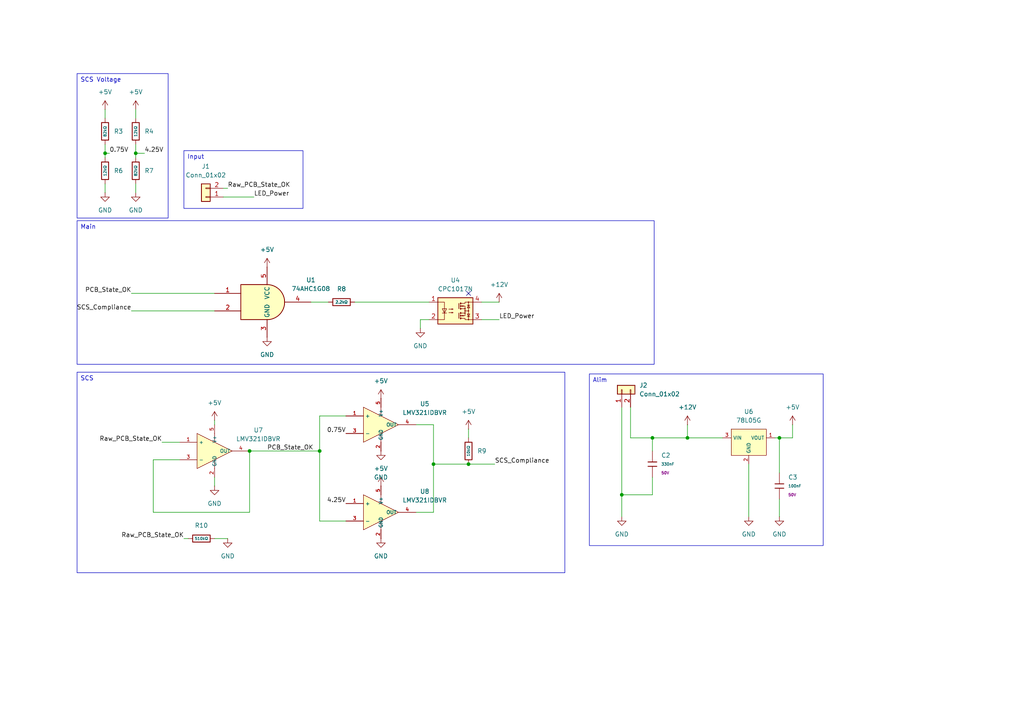
<source format=kicad_sch>
(kicad_sch (version 20250114) (generator "eeschema") (generator_version "9.0")
  (paper "A4")
  (lib_symbols
    (symbol "74xGxx:74AHC1G08"
      (property "Reference" "U" (at -2.54 3.81 0))
      (property "Value" "74AHC1G08" (at 0 -3.81 0))
      (symbol "74AHC1G08_0_1"
        (arc (start 0 5.08) (mid 5.0579 0) (end 0 -5.08) (stroke (width 0.254)) (fill (type background)))
        (polyline (pts (xy 0 -5.08) (xy -7.62 -5.08) (xy -7.62 5.08) (xy 0 5.08)) (stroke (width 0.254)) (fill (type background)))
      )
      (symbol "74AHC1G08_1_1"
        (pin input line (at -15.24 2.54 0) (length 7.62) (name "~") (number "1"))
        (pin input line (at -15.24 -2.54 0) (length 7.62) (name "~") (number "2"))
        (pin power_in line (at 0 10.16 270) (length 5.08) (name "VCC") (number "5"))
        (pin power_in line (at 0 -10.16 90) (length 5.08) (name "GND") (number "3"))
        (pin output line (at 12.7 0 180) (length 7.62) (name "~") (number "4"))
      )
    )
    (symbol "Connector_Generic:Conn_01x02" (pin_names (offset 1.016) (hide yes))
      (property "Reference" "J" (at 0 2.54 0))
      (property "Value" "Conn_01x02" (at 0 -5.08 0))
      (symbol "Conn_01x02_1_1"
        (rectangle (start -1.27 1.27) (end 1.27 -3.81) (stroke (width 0.254)) (fill (type background)))
        (rectangle (start -1.27 0.127) (end 0 -0.127) (stroke (width 0.1524)))
        (rectangle (start -1.27 -2.413) (end 0 -2.667) (stroke (width 0.1524)))
        (pin passive line (at -5.08 0 0) (length 3.81) (name "Pin_1") (number "1"))
        (pin passive line (at -5.08 -2.54 0) (length 3.81) (name "Pin_2") (number "2"))
      )
    )
    (symbol "PCM_JLCPCB-Analog:Op-Amp, LMV321IDBVR"
      (property "Reference" "U" (at 2.032 5.588 0))
      (property "Value" "LMV321IDBVR" (at 7.874 3.302 0))
      (symbol "Op-Amp, LMV321IDBVR_0_1"
        (pin input line (at -10.16 2.54 0) (length 5.08) (name "+") (number "1"))
        (pin input line (at -10.16 -2.54 0) (length 5.08) (name "-") (number "3"))
        (pin output line (at 10.16 0 180) (length 5.08) (name "OUT") (number "4"))
      )
      (symbol "Op-Amp, LMV321IDBVR_1_1"
        (polyline (pts (xy -5.08 5.08) (xy 5.08 0) (xy -5.08 -5.08) (xy -5.08 5.08)) (fill (type background)))
        (polyline (pts (xy 0 2.54) (xy 0 5.08)))
        (polyline (pts (xy 0 -5.08) (xy 0 -2.54)))
        (pin unspecified line (at 0 7.62 270) (length 2.56) (name "V+") (number "5"))
        (pin unspecified line (at 0 -7.62 90) (length 2.56) (name "GND") (number "2"))
      )
    )
    (symbol "PCM_JLCPCB-Capacitors:0805,100nF,(2)" (pin_numbers (hide yes)) (pin_names (offset 0))
      (property "Reference" "C" (at 2.032 1.668 0))
      (property "Value" "100nF" (at 2.032 -0.3782 0))
      (property "Voltage Rated" "50V" (at 2.032 -2.0462 0))
      (symbol "0805,100nF,(2)_0_1"
        (polyline (pts (xy -1.27 0.635) (xy 1.27 0.635)) (stroke (width 0.254)))
        (polyline (pts (xy -1.27 -0.635) (xy 1.27 -0.635)) (stroke (width 0.254)))
      )
      (symbol "0805,100nF,(2)_1_1"
        (pin passive line (at 0 3.81 270) (length 3.175) (name "~") (number "1"))
        (pin passive line (at 0 -3.81 90) (length 3.175) (name "~") (number "2"))
      )
    )
    (symbol "PCM_JLCPCB-Capacitors:0805,330nF" (pin_numbers (hide yes)) (pin_names (offset 0))
      (property "Reference" "C" (at 2.032 1.668 0))
      (property "Value" "330nF" (at 2.032 -0.3782 0))
      (property "Voltage Rated" "50V" (at 2.032 -2.0462 0))
      (symbol "0805,330nF_0_1"
        (polyline (pts (xy -1.27 0.635) (xy 1.27 0.635)) (stroke (width 0.254)))
        (polyline (pts (xy -1.27 -0.635) (xy 1.27 -0.635)) (stroke (width 0.254)))
      )
      (symbol "0805,330nF_1_1"
        (pin passive line (at 0 3.81 270) (length 3.175) (name "~") (number "1"))
        (pin passive line (at 0 -3.81 90) (length 3.175) (name "~") (number "2"))
      )
    )
    (symbol "PCM_JLCPCB-Power:LDO, 5V, 0.1A"
      (property "Reference" "U" (at 0 8.89 0))
      (property "Value" "78L05G" (at 0 6.35 0))
      (symbol "LDO, 5V, 0.1A_0_1"
        (rectangle (start -5.08 5.08) (end 5.08 -2.54) (fill (type background)))
      )
      (symbol "LDO, 5V, 0.1A_1_1"
        (pin power_in line (at -7.62 2.54 0) (length 2.56) (name "VIN") (number "3"))
        (pin power_in line (at 0 -5.08 90) (length 2.56) (name "GND") (number "2"))
        (pin power_in line (at 7.62 2.54 180) (length 2.56) (name "VOUT") (number "1"))
      )
    )
    (symbol "PCM_JLCPCB-Resistors:0805,10kΩ" (pin_numbers (hide yes)) (pin_names (offset 0))
      (property "Reference" "R" (at 1.778 0 0))
      (property "Value" "10kΩ" (at 0 0 90))
      (symbol "0805,10kΩ_0_1"
        (rectangle (start -1.016 2.54) (end 1.016 -2.54) (stroke (width 0.254)))
      )
      (symbol "0805,10kΩ_1_1"
        (pin passive line (at 0 3.81 270) (length 1.27) (name "~") (number "1"))
        (pin passive line (at 0 -3.81 90) (length 1.27) (name "~") (number "2"))
      )
    )
    (symbol "PCM_JLCPCB-Resistors:0805,12kΩ" (pin_numbers (hide yes)) (pin_names (offset 0))
      (property "Reference" "R" (at 1.778 0 0))
      (property "Value" "12kΩ" (at 0 0 90))
      (symbol "0805,12kΩ_0_1"
        (rectangle (start -1.016 2.54) (end 1.016 -2.54) (stroke (width 0.254)))
      )
      (symbol "0805,12kΩ_1_1"
        (pin passive line (at 0 3.81 270) (length 1.27) (name "~") (number "1"))
        (pin passive line (at 0 -3.81 90) (length 1.27) (name "~") (number "2"))
      )
    )
    (symbol "PCM_JLCPCB-Resistors:0805,2.2kΩ" (pin_numbers (hide yes)) (pin_names (offset 0))
      (property "Reference" "R" (at 1.778 0 0))
      (property "Value" "2.2kΩ" (at 0 0 90))
      (symbol "0805,2.2kΩ_0_1"
        (rectangle (start -1.016 2.54) (end 1.016 -2.54) (stroke (width 0.254)))
      )
      (symbol "0805,2.2kΩ_1_1"
        (pin passive line (at 0 3.81 270) (length 1.27) (name "~") (number "1"))
        (pin passive line (at 0 -3.81 90) (length 1.27) (name "~") (number "2"))
      )
    )
    (symbol "PCM_JLCPCB-Resistors:0805,510kΩ" (pin_numbers (hide yes)) (pin_names (offset 0))
      (property "Reference" "R" (at 1.778 0 0))
      (property "Value" "510kΩ" (at 0 0 90))
      (symbol "0805,510kΩ_0_1"
        (rectangle (start -1.016 2.54) (end 1.016 -2.54) (stroke (width 0.254)))
      )
      (symbol "0805,510kΩ_1_1"
        (pin passive line (at 0 3.81 270) (length 1.27) (name "~") (number "1"))
        (pin passive line (at 0 -3.81 90) (length 1.27) (name "~") (number "2"))
      )
    )
    (symbol "PCM_JLCPCB-Resistors:0805,82kΩ" (pin_numbers (hide yes)) (pin_names (offset 0))
      (property "Reference" "R" (at 1.778 0 0))
      (property "Value" "82kΩ" (at 0 0 90))
      (symbol "0805,82kΩ_0_1"
        (rectangle (start -1.016 2.54) (end 1.016 -2.54) (stroke (width 0.254)))
      )
      (symbol "0805,82kΩ_1_1"
        (pin passive line (at 0 3.81 270) (length 1.27) (name "~") (number "1"))
        (pin passive line (at 0 -3.81 90) (length 1.27) (name "~") (number "2"))
      )
    )
    (symbol "Relay_SolidState:CPC1017N"
      (property "Reference" "U" (at -5.08 5.08 0))
      (property "Value" "CPC1017N" (at 0 5.08 0))
      (symbol "CPC1017N_0_1"
        (rectangle (start -5.08 3.81) (end 5.08 -3.81) (stroke (width 0.254)) (fill (type background)))
        (polyline (pts (xy -5.08 2.54) (xy -3.175 2.54) (xy -3.175 -2.54) (xy -5.08 -2.54)))
        (polyline (pts (xy -3.81 -0.635) (xy -2.54 -0.635)))
        (polyline (pts (xy -3.175 -0.635) (xy -3.81 0.635) (xy -2.54 0.635) (xy -3.175 -0.635)))
        (polyline (pts (xy -1.905 0.508) (xy -0.635 0.508) (xy -1.016 0.381) (xy -1.016 0.635) (xy -0.635 0.508)))
        (polyline (pts (xy -1.905 -0.508) (xy -0.635 -0.508) (xy -1.016 -0.635) (xy -1.016 -0.381) (xy -0.635 -0.508)))
        (polyline (pts (xy 1.016 2.159) (xy 1.016 0.635)) (stroke (width 0.2032)))
        (polyline (pts (xy 1.016 -0.635) (xy 1.016 -2.159)) (stroke (width 0.2032)))
        (polyline (pts (xy 1.524 2.286) (xy 1.524 2.032) (xy 1.524 2.032)) (stroke (width 0.3556)))
        (polyline (pts (xy 1.524 1.524) (xy 1.524 1.27) (xy 1.524 1.27)) (stroke (width 0.3556)))
        (polyline (pts (xy 1.524 0.762) (xy 1.524 0.508) (xy 1.524 0.508)) (stroke (width 0.3556)))
        (polyline (pts (xy 1.524 -0.508) (xy 1.524 -0.762)) (stroke (width 0.3556)))
        (polyline (pts (xy 1.524 -1.27) (xy 1.524 -1.524) (xy 1.524 -1.524)) (stroke (width 0.3556)))
        (polyline (pts (xy 1.524 -2.032) (xy 1.524 -2.286) (xy 1.524 -2.286)) (stroke (width 0.3556)))
        (polyline (pts (xy 1.651 2.159) (xy 2.794 2.159) (xy 2.794 2.54) (xy 5.08 2.54)))
        (polyline (pts (xy 1.651 1.397) (xy 2.794 1.397) (xy 2.794 0.635)))
        (polyline (pts (xy 1.651 -0.635) (xy 2.794 -0.635) (xy 2.794 0.635) (xy 1.651 0.635)))
        (polyline (pts (xy 1.651 -1.397) (xy 2.794 -1.397) (xy 2.794 -0.635)))
        (polyline (pts (xy 1.651 -2.159) (xy 2.794 -2.159) (xy 2.794 -2.54) (xy 5.08 -2.54)))
        (polyline (pts (xy 1.778 1.397) (xy 2.286 1.524) (xy 2.286 1.27) (xy 1.778 1.397)))
        (polyline (pts (xy 1.778 -1.397) (xy 2.286 -1.27) (xy 2.286 -1.524) (xy 1.778 -1.397)))
        (circle (center 2.794 0.635) (radius 0.127))
        (polyline (pts (xy 2.794 0) (xy 3.81 0)))
        (circle (center 2.794 0) (radius 0.127))
        (circle (center 2.794 -0.635) (radius 0.127))
        (polyline (pts (xy 3.429 1.651) (xy 4.191 1.651)))
        (polyline (pts (xy 3.429 -1.651) (xy 4.191 -1.651)))
        (circle (center 3.81 2.54) (radius 0.127))
        (polyline (pts (xy 3.81 1.651) (xy 3.429 0.889) (xy 4.191 0.889) (xy 3.81 1.651)))
        (circle (center 3.81 0) (radius 0.127))
        (polyline (pts (xy 3.81 -1.651) (xy 3.429 -0.889) (xy 4.191 -0.889) (xy 3.81 -1.651)))
        (polyline (pts (xy 3.81 -2.54) (xy 3.81 2.54)))
        (circle (center 3.81 -2.54) (radius 0.127))
      )
      (symbol "CPC1017N_1_1"
        (pin passive line (at -7.62 2.54 0) (length 2.54) (name "~") (number "1"))
        (pin passive line (at -7.62 -2.54 0) (length 2.54) (name "~") (number "2"))
        (pin passive line (at 7.62 2.54 180) (length 2.54) (name "~") (number "4"))
        (pin passive line (at 7.62 -2.54 180) (length 2.54) (name "~") (number "3"))
      )
    )
    (symbol "power:+12V" (power) (pin_numbers (hide yes)) (pin_names (offset 0) (hide yes))
      (property "Value" "+12V" (at 0 3.556 0))
      (symbol "+12V_0_1"
        (polyline (pts (xy -0.762 1.27) (xy 0 2.54)))
        (polyline (pts (xy 0 2.54) (xy 0.762 1.27)))
        (polyline (pts (xy 0 0) (xy 0 2.54)))
      )
      (symbol "+12V_1_1"
        (pin power_in line (at 0 0 90) (length 0) (name "~") (number "1"))
      )
    )
    (symbol "power:+5V" (power) (pin_numbers (hide yes)) (pin_names (offset 0) (hide yes))
      (property "Value" "+5V" (at 0 3.556 0))
      (symbol "+5V_0_1"
        (polyline (pts (xy -0.762 1.27) (xy 0 2.54)))
        (polyline (pts (xy 0 2.54) (xy 0.762 1.27)))
        (polyline (pts (xy 0 0) (xy 0 2.54)))
      )
      (symbol "+5V_1_1"
        (pin power_in line (at 0 0 90) (length 0) (name "~") (number "1"))
      )
    )
    (symbol "power:GND" (power) (pin_numbers (hide yes)) (pin_names (offset 0) (hide yes))
      (property "Value" "GND" (at 0 -3.81 0))
      (symbol "GND_0_1"
        (polyline (pts (xy 0 0) (xy 0 -1.27) (xy 1.27 -1.27) (xy 0 -2.54) (xy -1.27 -1.27) (xy 0 -1.27)))
      )
      (symbol "GND_1_1"
        (pin power_in line (at 0 0 270) (length 0) (name "~") (number "1"))
      )
    )
  )
  (text_box "Input" (at 53.34 43.688 0) (size 34.544 16.764) (margins 0.9525 0.9525 0.9525 0.9525) (effects (font (size 1.27 1.27)) (justify left top)))
  (text_box "Main\n" (at 22.352 64.008 0) (size 167.386 41.656) (margins 0.9525 0.9525 0.9525 0.9525) (effects (font (size 1.27 1.27)) (justify left top)))
  (text_box "SCS Voltage" (at 22.352 21.336 0) (size 26.416 41.91) (margins 0.9525 0.9525 0.9525 0.9525) (effects (font (size 1.27 1.27)) (justify left top)))
  (text_box "Alim\n" (at 170.942 108.458 0) (size 67.818 49.784) (margins 0.9525 0.9525 0.9525 0.9525) (effects (font (size 1.27 1.27)) (justify left top)))
  (text_box "SCS" (at 22.352 107.95 0) (size 141.478 58.166) (margins 0.9525 0.9525 0.9525 0.9525) (effects (font (size 1.27 1.27)) (justify left top)))
  (junction (at 39.37 44.45))
  (junction (at 135.89 134.62))
  (junction (at 180.34 143.51))
  (junction (at 189.23 127))
  (junction (at 125.73 134.62))
  (junction (at 199.39 127))
  (junction (at 226.06 127))
  (junction (at 72.39 130.81))
  (junction (at 92.71 130.81))
  (junction (at 30.48 44.45))
  (no_connect (at 135.89 85.09))
  (wire (pts (xy 189.23 143.51) (xy 180.34 143.51)))
  (wire (pts (xy 180.34 143.51) (xy 180.34 149.86)))
  (wire (pts (xy 189.23 127) (xy 199.39 127)))
  (wire (pts (xy 125.73 148.59) (xy 120.65 148.59)))
  (wire (pts (xy 121.92 92.71) (xy 121.92 95.25)))
  (wire (pts (xy 39.37 44.45) (xy 39.37 45.72)))
  (wire (pts (xy 182.88 118.11) (xy 182.88 127)))
  (wire (pts (xy 125.73 134.62) (xy 135.89 134.62)))
  (wire (pts (xy 52.07 133.35) (xy 44.45 133.35)))
  (wire (pts (xy 62.23 121.92) (xy 62.23 123.19)))
  (wire (pts (xy 30.48 55.88) (xy 30.48 53.34)))
  (wire (pts (xy 39.37 31.75) (xy 39.37 34.29)))
  (wire (pts (xy 189.23 127) (xy 189.23 130.81)))
  (wire (pts (xy 180.34 118.11) (xy 180.34 143.51)))
  (wire (pts (xy 102.87 87.63) (xy 124.46 87.63)))
  (wire (pts (xy 217.17 134.62) (xy 217.17 149.86)))
  (wire (pts (xy 226.06 144.78) (xy 226.06 149.86)))
  (wire (pts (xy 189.23 138.43) (xy 189.23 143.51)))
  (wire (pts (xy 226.06 127) (xy 229.87 127)))
  (wire (pts (xy 120.65 123.19) (xy 125.73 123.19)))
  (wire (pts (xy 30.48 41.91) (xy 30.48 44.45)))
  (wire (pts (xy 38.1 85.09) (xy 62.23 85.09)))
  (wire (pts (xy 92.71 130.81) (xy 92.71 120.65)))
  (wire (pts (xy 124.46 92.71) (xy 121.92 92.71)))
  (wire (pts (xy 135.89 124.46) (xy 135.89 127)))
  (wire (pts (xy 199.39 123.19) (xy 199.39 127)))
  (wire (pts (xy 72.39 148.59) (xy 72.39 130.81)))
  (wire (pts (xy 30.48 44.45) (xy 31.75 44.45)))
  (wire (pts (xy 62.23 156.21) (xy 66.04 156.21)))
  (wire (pts (xy 44.45 133.35) (xy 44.45 148.59)))
  (wire (pts (xy 39.37 55.88) (xy 39.37 53.34)))
  (wire (pts (xy 53.34 156.21) (xy 54.61 156.21)))
  (wire (pts (xy 39.37 41.91) (xy 39.37 44.45)))
  (wire (pts (xy 229.87 123.19) (xy 229.87 127)))
  (wire (pts (xy 92.71 151.13) (xy 100.33 151.13)))
  (wire (pts (xy 46.99 128.27) (xy 52.07 128.27)))
  (wire (pts (xy 30.48 31.75) (xy 30.48 34.29)))
  (wire (pts (xy 135.89 134.62) (xy 143.51 134.62)))
  (wire (pts (xy 139.7 87.63) (xy 144.78 87.63)))
  (wire (pts (xy 38.1 90.17) (xy 62.23 90.17)))
  (wire (pts (xy 182.88 127) (xy 189.23 127)))
  (wire (pts (xy 125.73 134.62) (xy 125.73 148.59)))
  (wire (pts (xy 90.17 87.63) (xy 95.25 87.63)))
  (wire (pts (xy 73.66 57.15) (xy 64.77 57.15)))
  (wire (pts (xy 139.7 92.71) (xy 144.78 92.71)))
  (wire (pts (xy 92.71 130.81) (xy 92.71 151.13)))
  (wire (pts (xy 125.73 123.19) (xy 125.73 134.62)))
  (wire (pts (xy 199.39 127) (xy 209.55 127)))
  (wire (pts (xy 39.37 44.45) (xy 41.91 44.45)))
  (wire (pts (xy 62.23 138.43) (xy 62.23 140.97)))
  (wire (pts (xy 224.79 127) (xy 226.06 127)))
  (wire (pts (xy 92.71 120.65) (xy 100.33 120.65)))
  (wire (pts (xy 226.06 127) (xy 226.06 137.16)))
  (wire (pts (xy 72.39 130.81) (xy 92.71 130.81)))
  (wire (pts (xy 66.04 54.61) (xy 64.77 54.61)))
  (wire (pts (xy 44.45 148.59) (xy 72.39 148.59)))
  (wire (pts (xy 30.48 44.45) (xy 30.48 45.72)))
  (label "PCB_State_OK" (at 77.47 130.81 0))
  (label "4.25V" (at 41.91 44.45 0))
  (label "SCS_Compliance" (at 143.51 134.62 0))
  (label "Raw_PCB_State_OK" (at 53.34 156.21 180))
  (label "4.25V" (at 100.33 146.05 180))
  (label "SCS_Compliance" (at 38.1 90.17 180))
  (label "0.75V" (at 31.75 44.45 0))
  (label "LED_Power" (at 73.66 57.15 0))
  (label "LED_Power" (at 144.78 92.71 0))
  (label "Raw_PCB_State_OK" (at 66.04 54.61 0))
  (label "PCB_State_OK" (at 38.1 85.09 180))
  (label "Raw_PCB_State_OK" (at 46.99 128.27 180))
  (label "0.75V" (at 100.33 125.73 180))
  (symbol (lib_id "power:GND") (at 226.06 149.86 0) (unit 1)
    (property "Reference" "#PWR025" (effects (hide yes)))
    (property "Value" "GND" (at 226.06 154.94 0))
    (property "Description" "Power symbol creates a global label with name \"GND\" , ground" (effects (hide yes)))
  )
  (symbol (lib_id "Connector_Generic:Conn_01x02") (at 180.34 113.03 90) (unit 1)
    (property "Reference" "J2" (at 185.42 111.7599 90) (effects (justify right)))
    (property "Value" "Conn_01x02" (at 185.42 114.2999 90) (effects (justify right)))
    (property "Footprint" "Connector_Molex:Molex_KK-254_AE-6410-02A_1x02_P2.54mm_Vertical" (effects (hide yes)))
    (property "Description" "Generic connector, single row, 01x02, script generated (kicad-library-utils/schlib/autogen/connector/)" (effects (hide yes)))
  )
  (symbol (lib_id "PCM_JLCPCB-Resistors:0805,12kΩ") (at 39.37 38.1 0) (unit 1)
    (property "Reference" "R4" (at 41.91 38.0999 0) (effects (justify left)))
    (property "Value" "12kΩ" (at 39.37 38.1 90) (effects (font (size 0.8 0.8))))
    (property "Footprint" "PCM_JLCPCB:R_0805" (effects (hide yes)))
    (property "Datasheet" "https://www.lcsc.com/datasheet/lcsc_datasheet_2206010216_UNI-ROYAL-Uniroyal-Elec-0805W8F1202T5E_C17444.pdf" (effects (hide yes)))
    (property "Description" "125mW Thick Film Resistors 150V ±100ppm/°C ±1% 12kΩ 0805 Chip Resistor - Surface Mount ROHS" (effects (hide yes)))
    (property "LCSC" "C17444" (effects (hide yes)))
    (property "Stock" "212769" (effects (hide yes)))
    (property "Price" "0.005USD" (effects (hide yes)))
    (property "Process" "SMT" (effects (hide yes)))
    (property "Minimum Qty" "20" (effects (hide yes)))
    (property "Attrition Qty" "10" (effects (hide yes)))
    (property "Class" "Basic Component" (effects (hide yes)))
    (property "Category" "Resistors,Chip Resistor - Surface Mount" (effects (hide yes)))
    (property "Manufacturer" "UNI-ROYAL(Uniroyal Elec)" (effects (hide yes)))
    (property "Part" "0805W8F1202T5E" (effects (hide yes)))
    (property "Resistance" "12kΩ" (effects (hide yes)))
    (property "Power(Watts)" "125mW" (effects (hide yes)))
    (property "Type" "Thick Film Resistors" (effects (hide yes)))
    (property "Overload Voltage (Max)" "150V" (effects (hide yes)))
    (property "Operating Temperature Range" "-55°C~+155°C" (effects (hide yes)))
    (property "Tolerance" "±1%" (effects (hide yes)))
    (property "Temperature Coefficient" "±100ppm/°C" (effects (hide yes)))
  )
  (symbol (lib_id "power:GND") (at 110.49 156.21 0) (unit 1)
    (property "Reference" "#PWR027" (effects (hide yes)))
    (property "Value" "GND" (at 110.49 161.29 0))
    (property "Description" "Power symbol creates a global label with name \"GND\" , ground" (effects (hide yes)))
  )
  (symbol (lib_id "power:GND") (at 77.47 97.79 0) (unit 1)
    (property "Reference" "#PWR014" (effects (hide yes)))
    (property "Value" "GND" (at 77.47 102.87 0))
    (property "Description" "Power symbol creates a global label with name \"GND\" , ground" (effects (hide yes)))
  )
  (symbol (lib_id "power:+5V") (at 135.89 124.46 0) (unit 1)
    (property "Reference" "#PWR019" (effects (hide yes)))
    (property "Value" "+5V" (at 135.89 119.38 0))
    (property "Description" "Power symbol creates a global label with name \"+5V\"" (effects (hide yes)))
  )
  (symbol (lib_id "power:GND") (at 110.49 130.81 0) (unit 1)
    (property "Reference" "#PWR020" (effects (hide yes)))
    (property "Value" "GND" (at 110.49 138.43 0))
    (property "Description" "Power symbol creates a global label with name \"GND\" , ground" (effects (hide yes)))
  )
  (symbol (lib_id "PCM_JLCPCB-Resistors:0805,10kΩ") (at 135.89 130.81 0) (unit 1)
    (property "Reference" "R9" (at 138.43 130.8099 0) (effects (justify left)))
    (property "Value" "10kΩ" (at 135.89 130.81 90) (effects (font (size 0.8 0.8))))
    (property "Footprint" "PCM_JLCPCB:R_0805" (effects (hide yes)))
    (property "Datasheet" "https://www.lcsc.com/datasheet/lcsc_datasheet_2411221126_UNI-ROYAL-Uniroyal-Elec-0805W8F1002T5E_C17414.pdf" (effects (hide yes)))
    (property "Description" "125mW Thick Film Resistors 150V ±100ppm/°C ±1% 10kΩ 0805 Chip Resistor - Surface Mount ROHS" (effects (hide yes)))
    (property "LCSC" "C17414" (effects (hide yes)))
    (property "Stock" "14905033" (effects (hide yes)))
    (property "Price" "0.005USD" (effects (hide yes)))
    (property "Process" "SMT" (effects (hide yes)))
    (property "Minimum Qty" "20" (effects (hide yes)))
    (property "Attrition Qty" "10" (effects (hide yes)))
    (property "Class" "Basic Component" (effects (hide yes)))
    (property "Category" "Resistors,Chip Resistor - Surface Mount" (effects (hide yes)))
    (property "Manufacturer" "UNI-ROYAL(Uniroyal Elec)" (effects (hide yes)))
    (property "Part" "0805W8F1002T5E" (effects (hide yes)))
    (property "Resistance" "10kΩ" (effects (hide yes)))
    (property "Power(Watts)" "125mW" (effects (hide yes)))
    (property "Type" "Thick Film Resistors" (effects (hide yes)))
    (property "Overload Voltage (Max)" "150V" (effects (hide yes)))
    (property "Operating Temperature Range" "-55°C~+155°C" (effects (hide yes)))
    (property "Tolerance" "±1%" (effects (hide yes)))
    (property "Temperature Coefficient" "±100ppm/°C" (effects (hide yes)))
  )
  (symbol (lib_id "power:+5V") (at 229.87 123.19 0) (unit 1)
    (property "Reference" "#PWR018" (effects (hide yes)))
    (property "Value" "+5V" (at 229.87 118.11 0))
    (property "Description" "Power symbol creates a global label with name \"+5V\"" (effects (hide yes)))
  )
  (symbol (lib_id "power:GND") (at 121.92 95.25 0) (unit 1)
    (property "Reference" "#PWR012" (effects (hide yes)))
    (property "Value" "GND" (at 121.92 100.33 0))
    (property "Description" "Power symbol creates a global label with name \"GND\" , ground" (effects (hide yes)))
  )
  (symbol (lib_id "power:+12V") (at 199.39 123.19 0) (unit 1)
    (property "Reference" "#PWR017" (effects (hide yes)))
    (property "Value" "+12V" (at 199.39 118.11 0))
    (property "Description" "Power symbol creates a global label with name \"+12V\"" (effects (hide yes)))
  )
  (symbol (lib_id "PCM_JLCPCB-Power:LDO, 5V, 0.1A") (at 217.17 129.54 0) (unit 1)
    (property "Reference" "U6" (at 217.17 119.38 0))
    (property "Value" "78L05G" (at 217.17 121.92 0))
    (property "Footprint" "PCM_JLCPCB:SOT-89-3_L4.5-W2.5-P1.50-LS4.2-BR" (effects (hide yes)))
    (property "Datasheet" "https://www.lcsc.com/datasheet/lcsc_datasheet_2304140030_UTC-Unisonic-Tech-78L05G-AB3-R_C71136.pdf" (effects (hide yes)))
    (property "Description" "100mA Fixed 5V Positive electrode 30V SOT-89-3 Voltage Regulators - Linear, Low Drop Out (LDO) Regulators ROHS" (effects (hide yes)))
    (property "LCSC" "C71136" (effects (hide yes)))
    (property "Stock" "84902" (effects (hide yes)))
    (property "Price" "0.066USD" (effects (hide yes)))
    (property "Process" "SMT" (effects (hide yes)))
    (property "Minimum Qty" "5" (effects (hide yes)))
    (property "Attrition Qty" "4" (effects (hide yes)))
    (property "Class" "Basic Component" (effects (hide yes)))
    (property "Category" "Power Management ICs,Linear Voltage Regulators (LDO)" (effects (hide yes)))
    (property "Manufacturer" "UTC(Unisonic Tech)" (effects (hide yes)))
    (property "Part" "78L05G-AB3-R" (effects (hide yes)))
    (property "Number Of Outputs" "1" (effects (hide yes)))
    (property "Output Voltage" "5V" (effects (hide yes)))
    (property "Dropout Voltage" "1.7V@(40mA)" (effects (hide yes)))
    (property "Output Current" "100mA" (effects (hide yes)))
    (property "Output Type" "Fixed" (effects (hide yes)))
    (property "Maximum Input Voltage" "30V" (effects (hide yes)))
    (property "Output Polarity" "Positive electrode" (effects (hide yes)))
    (property "Feature" "Overcurrent Protection(OCP);Thermal Protection(TSD);Short-Circuit  Protection" (effects (hide yes)))
  )
  (symbol (lib_id "power:GND") (at 62.23 140.97 0) (unit 1)
    (property "Reference" "#PWR021" (effects (hide yes)))
    (property "Value" "GND" (at 62.23 146.05 0))
    (property "Description" "Power symbol creates a global label with name \"GND\" , ground" (effects (hide yes)))
  )
  (symbol (lib_id "Relay_SolidState:CPC1017N") (at 132.08 90.17 0) (unit 1)
    (property "Reference" "U4" (at 132.08 81.28 0))
    (property "Value" "CPC1017N" (at 132.08 83.82 0))
    (property "Footprint" "Package_SO:SOP-4_3.8x4.1mm_P2.54mm" (effects (hide yes)))
    (property "Datasheet" "http://www.ixysic.com/home/pdfs.nsf/www/CPC1017N.pdf/$file/CPC1017N.pdf" (effects (hide yes)))
    (property "Description" "Form A, Solid State Relay (Photo MOSFET) 60V, 0.1A, 16Ohm, SO-4" (effects (hide yes)))
  )
  (symbol (lib_id "PCM_JLCPCB-Resistors:0805,2.2kΩ") (at 99.06 87.63 90) (unit 1)
    (property "Reference" "R8" (at 99.06 83.82 90))
    (property "Value" "2.2kΩ" (at 99.06 87.63 90) (effects (font (size 0.8 0.8))))
    (property "Footprint" "PCM_JLCPCB:R_0805" (effects (hide yes)))
    (property "Datasheet" "https://www.lcsc.com/datasheet/lcsc_datasheet_2206010200_UNI-ROYAL-Uniroyal-Elec-0805W8F2201T5E_C17520.pdf" (effects (hide yes)))
    (property "Description" "125mW Thick Film Resistors 150V ±100ppm/°C ±1% 2.2kΩ 0805 Chip Resistor - Surface Mount ROHS" (effects (hide yes)))
    (property "LCSC" "C17520" (effects (hide yes)))
    (property "Stock" "877100" (effects (hide yes)))
    (property "Price" "0.005USD" (effects (hide yes)))
    (property "Process" "SMT" (effects (hide yes)))
    (property "Minimum Qty" "20" (effects (hide yes)))
    (property "Attrition Qty" "10" (effects (hide yes)))
    (property "Class" "Basic Component" (effects (hide yes)))
    (property "Category" "Resistors,Chip Resistor - Surface Mount" (effects (hide yes)))
    (property "Manufacturer" "UNI-ROYAL(Uniroyal Elec)" (effects (hide yes)))
    (property "Part" "0805W8F2201T5E" (effects (hide yes)))
    (property "Resistance" "2.2kΩ" (effects (hide yes)))
    (property "Power(Watts)" "125mW" (effects (hide yes)))
    (property "Type" "Thick Film Resistors" (effects (hide yes)))
    (property "Overload Voltage (Max)" "150V" (effects (hide yes)))
    (property "Operating Temperature Range" "-55°C~+155°C" (effects (hide yes)))
    (property "Tolerance" "±1%" (effects (hide yes)))
    (property "Temperature Coefficient" "±100ppm/°C" (effects (hide yes)))
  )
  (symbol (lib_id "PCM_JLCPCB-Resistors:0805,82kΩ") (at 30.48 38.1 0) (unit 1)
    (property "Reference" "R3" (at 33.02 38.0999 0) (effects (justify left)))
    (property "Value" "82kΩ" (at 30.48 38.1 90) (effects (font (size 0.8 0.8))))
    (property "Footprint" "PCM_JLCPCB:R_0805" (effects (hide yes)))
    (property "Datasheet" "https://www.lcsc.com/datasheet/lcsc_datasheet_2205311830_UNI-ROYAL-Uniroyal-Elec-0805W8F8202T5E_C17840.pdf" (effects (hide yes)))
    (property "Description" "125mW Thick Film Resistors 150V ±100ppm/°C ±1% 82kΩ 0805 Chip Resistor - Surface Mount ROHS" (effects (hide yes)))
    (property "LCSC" "C17840" (effects (hide yes)))
    (property "Stock" "60670" (effects (hide yes)))
    (property "Price" "0.005USD" (effects (hide yes)))
    (property "Process" "SMT" (effects (hide yes)))
    (property "Minimum Qty" "20" (effects (hide yes)))
    (property "Attrition Qty" "10" (effects (hide yes)))
    (property "Class" "Preferred Component" (effects (hide yes)))
    (property "Category" "Resistors,Chip Resistor - Surface Mount" (effects (hide yes)))
    (property "Manufacturer" "UNI-ROYAL(Uniroyal Elec)" (effects (hide yes)))
    (property "Part" "0805W8F8202T5E" (effects (hide yes)))
    (property "Resistance" "82kΩ" (effects (hide yes)))
    (property "Power(Watts)" "125mW" (effects (hide yes)))
    (property "Type" "Thick Film Resistors" (effects (hide yes)))
    (property "Overload Voltage (Max)" "150V" (effects (hide yes)))
    (property "Operating Temperature Range" "-55°C~+155°C" (effects (hide yes)))
    (property "Tolerance" "±1%" (effects (hide yes)))
    (property "Temperature Coefficient" "±100ppm/°C" (effects (hide yes)))
  )
  (symbol (lib_id "power:+5V") (at 110.49 140.97 0) (unit 1)
    (property "Reference" "#PWR022" (effects (hide yes)))
    (property "Value" "+5V" (at 110.49 135.89 0))
    (property "Description" "Power symbol creates a global label with name \"+5V\"" (effects (hide yes)))
  )
  (symbol (lib_id "PCM_JLCPCB-Analog:Op-Amp, LMV321IDBVR") (at 110.49 148.59 0) (unit 1)
    (property "Reference" "U8" (at 123.19 142.5412 0))
    (property "Value" "LMV321IDBVR" (at 123.19 145.0812 0))
    (property "Footprint" "PCM_JLCPCB:SOT-23-5_L3.0-W1.7-P0.95-LS2.8-BR" (effects (hide yes)))
    (property "Datasheet" "https://www.lcsc.com/datasheet/lcsc_datasheet_1809151123_Texas-Instruments-LMV321IDBVR_C7972.pdf" (effects (hide yes)))
    (property "Description" "Single 15nA 1V/us 1MHz SOT-23-5 Operational Amplifier ROHS" (effects (hide yes)))
    (property "LCSC" "C7972" (effects (hide yes)))
    (property "Stock" "119521" (effects (hide yes)))
    (property "Price" "0.103USD" (effects (hide yes)))
    (property "Process" "SMT" (effects (hide yes)))
    (property "Minimum Qty" "5" (effects (hide yes)))
    (property "Attrition Qty" "2" (effects (hide yes)))
    (property "Class" "Preferred Component" (effects (hide yes)))
    (property "Category" "Amplifiers,Operational Amplifier" (effects (hide yes)))
    (property "Manufacturer" "Texas Instruments" (effects (hide yes)))
    (property "Part" "LMV321IDBVR" (effects (hide yes)))
    (property "Current - Input Bias(Ib)" "15nA" (effects (hide yes)))
    (property "Number Of Circuits" "1" (effects (hide yes)))
    (property "Output Current" "160mA" (effects (hide yes)))
    (property "Supply Current" "130uA" (effects (hide yes)))
    (property "Gain Bandwidth Product(Gbp)" "1MHz" (effects (hide yes)))
    (property "Rail To Rail" "轨到轨" (effects (hide yes)))
    (property "Operating Temperature" "-40°C~+125°C" (effects (hide yes)))
  )
  (symbol (lib_id "PCM_JLCPCB-Analog:Op-Amp, LMV321IDBVR") (at 62.23 130.81 0) (unit 1)
    (property "Reference" "U7" (at 74.93 124.7612 0))
    (property "Value" "LMV321IDBVR" (at 74.93 127.3012 0))
    (property "Footprint" "PCM_JLCPCB:SOT-23-5_L3.0-W1.7-P0.95-LS2.8-BR" (effects (hide yes)))
    (property "Datasheet" "https://www.lcsc.com/datasheet/lcsc_datasheet_1809151123_Texas-Instruments-LMV321IDBVR_C7972.pdf" (effects (hide yes)))
    (property "Description" "Single 15nA 1V/us 1MHz SOT-23-5 Operational Amplifier ROHS" (effects (hide yes)))
    (property "LCSC" "C7972" (effects (hide yes)))
    (property "Stock" "119521" (effects (hide yes)))
    (property "Price" "0.103USD" (effects (hide yes)))
    (property "Process" "SMT" (effects (hide yes)))
    (property "Minimum Qty" "5" (effects (hide yes)))
    (property "Attrition Qty" "2" (effects (hide yes)))
    (property "Class" "Preferred Component" (effects (hide yes)))
    (property "Category" "Amplifiers,Operational Amplifier" (effects (hide yes)))
    (property "Manufacturer" "Texas Instruments" (effects (hide yes)))
    (property "Part" "LMV321IDBVR" (effects (hide yes)))
    (property "Current - Input Bias(Ib)" "15nA" (effects (hide yes)))
    (property "Number Of Circuits" "1" (effects (hide yes)))
    (property "Output Current" "160mA" (effects (hide yes)))
    (property "Supply Current" "130uA" (effects (hide yes)))
    (property "Gain Bandwidth Product(Gbp)" "1MHz" (effects (hide yes)))
    (property "Rail To Rail" "轨到轨" (effects (hide yes)))
    (property "Operating Temperature" "-40°C~+125°C" (effects (hide yes)))
  )
  (symbol (lib_id "power:+5V") (at 30.48 31.75 0) (unit 1)
    (property "Reference" "#PWR02" (effects (hide yes)))
    (property "Value" "+5V" (at 30.48 26.67 0))
    (property "Description" "Power symbol creates a global label with name \"+5V\"" (effects (hide yes)))
  )
  (symbol (lib_id "PCM_JLCPCB-Capacitors:0805,100nF,(2)") (at 226.06 140.97 0) (unit 1)
    (property "Reference" "C3" (at 228.6 138.4299 0) (effects (justify left)))
    (property "Value" "100nF" (at 228.6 140.97 0) (effects (font (size 0.8 0.8)) (justify left)))
    (property "Footprint" "PCM_JLCPCB:C_0805" (effects (hide yes)))
    (property "Datasheet" "https://www.lcsc.com/datasheet/lcsc_datasheet_2304140030_YAGEO-CC0805KRX7R9BB104_C49678.pdf" (effects (hide yes)))
    (property "Description" "50V 100nF X7R ±10% 0805 Multilayer Ceramic Capacitors MLCC - SMD/SMT ROHS" (effects (hide yes)))
    (property "LCSC" "C49678" (effects (hide yes)))
    (property "Stock" "8754636" (effects (hide yes)))
    (property "Price" "0.008USD" (effects (hide yes)))
    (property "Process" "SMT" (effects (hide yes)))
    (property "Minimum Qty" "20" (effects (hide yes)))
    (property "Attrition Qty" "10" (effects (hide yes)))
    (property "Class" "Basic Component" (effects (hide yes)))
    (property "Category" "Capacitors,Multilayer Ceramic Capacitors MLCC - SMD/SMT" (effects (hide yes)))
    (property "Manufacturer" "YAGEO" (effects (hide yes)))
    (property "Part" "CC0805KRX7R9BB104" (effects (hide yes)))
    (property "Voltage Rated" "50V" (at 228.6 143.51 0) (effects (font (size 0.8 0.8)) (justify left)))
    (property "Tolerance" "±10%" (effects (hide yes)))
    (property "Capacitance" "100nF" (effects (hide yes)))
    (property "Temperature Coefficient" "X7R" (effects (hide yes)))
  )
  (symbol (lib_id "power:+5V") (at 110.49 115.57 0) (unit 1)
    (property "Reference" "#PWR015" (effects (hide yes)))
    (property "Value" "+5V" (at 110.49 110.49 0))
    (property "Description" "Power symbol creates a global label with name \"+5V\"" (effects (hide yes)))
  )
  (symbol (lib_id "PCM_JLCPCB-Resistors:0805,510kΩ") (at 58.42 156.21 270) (unit 1)
    (property "Reference" "R10" (at 58.42 152.4 90))
    (property "Value" "510kΩ" (at 58.42 156.21 90) (effects (font (size 0.8 0.8))))
    (property "Footprint" "PCM_JLCPCB:R_0805" (effects (hide yes)))
    (property "Datasheet" "https://www.lcsc.com/datasheet/lcsc_datasheet_2206010200_UNI-ROYAL-Uniroyal-Elec-0805W8F5103T5E_C17733.pdf" (effects (hide yes)))
    (property "Description" "125mW Thick Film Resistors 150V ±100ppm/°C ±1% 510kΩ 0805 Chip Resistor - Surface Mount ROHS" (effects (hide yes)))
    (property "LCSC" "C17733" (effects (hide yes)))
    (property "Stock" "93506" (effects (hide yes)))
    (property "Price" "0.005USD" (effects (hide yes)))
    (property "Process" "SMT" (effects (hide yes)))
    (property "Minimum Qty" "20" (effects (hide yes)))
    (property "Attrition Qty" "10" (effects (hide yes)))
    (property "Class" "Preferred Component" (effects (hide yes)))
    (property "Category" "Resistors,Chip Resistor - Surface Mount" (effects (hide yes)))
    (property "Manufacturer" "UNI-ROYAL(Uniroyal Elec)" (effects (hide yes)))
    (property "Part" "0805W8F5103T5E" (effects (hide yes)))
    (property "Resistance" "510kΩ" (effects (hide yes)))
    (property "Power(Watts)" "125mW" (effects (hide yes)))
    (property "Type" "Thick Film Resistors" (effects (hide yes)))
    (property "Overload Voltage (Max)" "150V" (effects (hide yes)))
    (property "Operating Temperature Range" "-55°C~+155°C" (effects (hide yes)))
    (property "Tolerance" "±1%" (effects (hide yes)))
    (property "Temperature Coefficient" "±100ppm/°C" (effects (hide yes)))
  )
  (symbol (lib_id "power:GND") (at 180.34 149.86 0) (unit 1)
    (property "Reference" "#PWR023" (effects (hide yes)))
    (property "Value" "GND" (at 180.34 154.94 0))
    (property "Description" "Power symbol creates a global label with name \"GND\" , ground" (effects (hide yes)))
  )
  (symbol (lib_id "PCM_JLCPCB-Resistors:0805,12kΩ") (at 30.48 49.53 0) (unit 1)
    (property "Reference" "R6" (at 33.02 49.5299 0) (effects (justify left)))
    (property "Value" "12kΩ" (at 30.48 49.53 90) (effects (font (size 0.8 0.8))))
    (property "Footprint" "PCM_JLCPCB:R_0805" (effects (hide yes)))
    (property "Datasheet" "https://www.lcsc.com/datasheet/lcsc_datasheet_2206010216_UNI-ROYAL-Uniroyal-Elec-0805W8F1202T5E_C17444.pdf" (effects (hide yes)))
    (property "Description" "125mW Thick Film Resistors 150V ±100ppm/°C ±1% 12kΩ 0805 Chip Resistor - Surface Mount ROHS" (effects (hide yes)))
    (property "LCSC" "C17444" (effects (hide yes)))
    (property "Stock" "212769" (effects (hide yes)))
    (property "Price" "0.005USD" (effects (hide yes)))
    (property "Process" "SMT" (effects (hide yes)))
    (property "Minimum Qty" "20" (effects (hide yes)))
    (property "Attrition Qty" "10" (effects (hide yes)))
    (property "Class" "Basic Component" (effects (hide yes)))
    (property "Category" "Resistors,Chip Resistor - Surface Mount" (effects (hide yes)))
    (property "Manufacturer" "UNI-ROYAL(Uniroyal Elec)" (effects (hide yes)))
    (property "Part" "0805W8F1202T5E" (effects (hide yes)))
    (property "Resistance" "12kΩ" (effects (hide yes)))
    (property "Power(Watts)" "125mW" (effects (hide yes)))
    (property "Type" "Thick Film Resistors" (effects (hide yes)))
    (property "Overload Voltage (Max)" "150V" (effects (hide yes)))
    (property "Operating Temperature Range" "-55°C~+155°C" (effects (hide yes)))
    (property "Tolerance" "±1%" (effects (hide yes)))
    (property "Temperature Coefficient" "±100ppm/°C" (effects (hide yes)))
  )
  (symbol (lib_id "power:GND") (at 217.17 149.86 0) (unit 1)
    (property "Reference" "#PWR024" (effects (hide yes)))
    (property "Value" "GND" (at 217.17 154.94 0))
    (property "Description" "Power symbol creates a global label with name \"GND\" , ground" (effects (hide yes)))
  )
  (symbol (lib_id "power:GND") (at 39.37 55.88 0) (unit 1)
    (property "Reference" "#PWR08" (effects (hide yes)))
    (property "Value" "GND" (at 39.37 60.96 0))
    (property "Description" "Power symbol creates a global label with name \"GND\" , ground" (effects (hide yes)))
  )
  (symbol (lib_id "74xGxx:74AHC1G08") (at 77.47 87.63 0) (unit 1)
    (property "Reference" "U1" (at 90.17 81.2098 0))
    (property "Value" "74AHC1G08" (at 90.17 83.7498 0))
    (property "Footprint" "Package_TO_SOT_SMD:SOT-23-5" (effects (hide yes)))
    (property "Datasheet" "http://www.ti.com/lit/sg/scyt129e/scyt129e.pdf" (effects (hide yes)))
    (property "Description" "Single AND Gate, Low-Voltage CMOS" (effects (hide yes)))
  )
  (symbol (lib_id "PCM_JLCPCB-Resistors:0805,82kΩ") (at 39.37 49.53 0) (unit 1)
    (property "Reference" "R7" (at 41.91 49.5299 0) (effects (justify left)))
    (property "Value" "82kΩ" (at 39.37 49.53 90) (effects (font (size 0.8 0.8))))
    (property "Footprint" "PCM_JLCPCB:R_0805" (effects (hide yes)))
    (property "Datasheet" "https://www.lcsc.com/datasheet/lcsc_datasheet_2205311830_UNI-ROYAL-Uniroyal-Elec-0805W8F8202T5E_C17840.pdf" (effects (hide yes)))
    (property "Description" "125mW Thick Film Resistors 150V ±100ppm/°C ±1% 82kΩ 0805 Chip Resistor - Surface Mount ROHS" (effects (hide yes)))
    (property "LCSC" "C17840" (effects (hide yes)))
    (property "Stock" "60670" (effects (hide yes)))
    (property "Price" "0.005USD" (effects (hide yes)))
    (property "Process" "SMT" (effects (hide yes)))
    (property "Minimum Qty" "20" (effects (hide yes)))
    (property "Attrition Qty" "10" (effects (hide yes)))
    (property "Class" "Preferred Component" (effects (hide yes)))
    (property "Category" "Resistors,Chip Resistor - Surface Mount" (effects (hide yes)))
    (property "Manufacturer" "UNI-ROYAL(Uniroyal Elec)" (effects (hide yes)))
    (property "Part" "0805W8F8202T5E" (effects (hide yes)))
    (property "Resistance" "82kΩ" (effects (hide yes)))
    (property "Power(Watts)" "125mW" (effects (hide yes)))
    (property "Type" "Thick Film Resistors" (effects (hide yes)))
    (property "Overload Voltage (Max)" "150V" (effects (hide yes)))
    (property "Operating Temperature Range" "-55°C~+155°C" (effects (hide yes)))
    (property "Tolerance" "±1%" (effects (hide yes)))
    (property "Temperature Coefficient" "±100ppm/°C" (effects (hide yes)))
  )
  (symbol (lib_id "power:+5V") (at 77.47 77.47 0) (unit 1)
    (property "Reference" "#PWR010" (effects (hide yes)))
    (property "Value" "+5V" (at 77.47 72.39 0))
    (property "Description" "Power symbol creates a global label with name \"+5V\"" (effects (hide yes)))
  )
  (symbol (lib_id "PCM_JLCPCB-Capacitors:0805,330nF") (at 189.23 134.62 0) (unit 1)
    (property "Reference" "C2" (at 191.77 132.0799 0) (effects (justify left)))
    (property "Value" "330nF" (at 191.77 134.62 0) (effects (font (size 0.8 0.8)) (justify left)))
    (property "Footprint" "PCM_JLCPCB:C_0805" (effects (hide yes)))
    (property "Datasheet" "https://www.lcsc.com/datasheet/lcsc_datasheet_2304140030_FH--Guangdong-Fenghua-Advanced-Tech-0805B334K500NT_C1740.pdf" (effects (hide yes)))
    (property "Description" "50V 330nF X7R ±10% 0805 Multilayer Ceramic Capacitors MLCC - SMD/SMT ROHS" (effects (hide yes)))
    (property "LCSC" "C1740" (effects (hide yes)))
    (property "Stock" "27578" (effects (hide yes)))
    (property "Price" "0.016USD" (effects (hide yes)))
    (property "Process" "SMT" (effects (hide yes)))
    (property "Minimum Qty" "20" (effects (hide yes)))
    (property "Attrition Qty" "10" (effects (hide yes)))
    (property "Class" "Preferred Component" (effects (hide yes)))
    (property "Category" "Capacitors,Multilayer Ceramic Capacitors MLCC - SMD/SMT" (effects (hide yes)))
    (property "Manufacturer" "FH(Guangdong Fenghua Advanced Tech)" (effects (hide yes)))
    (property "Part" "0805B334K500NT" (effects (hide yes)))
    (property "Voltage Rated" "50V" (at 191.77 137.16 0) (effects (font (size 0.8 0.8)) (justify left)))
    (property "Tolerance" "±10%" (effects (hide yes)))
    (property "Capacitance" "330nF" (effects (hide yes)))
    (property "Temperature Coefficient" "X7R" (effects (hide yes)))
  )
  (symbol (lib_id "Connector_Generic:Conn_01x02") (at 59.69 57.15 180) (unit 1)
    (property "Reference" "J1" (at 59.69 48.26 0))
    (property "Value" "Conn_01x02" (at 59.69 50.8 0))
    (property "Footprint" "Connector_Molex:Molex_KK-254_AE-6410-02A_1x02_P2.54mm_Vertical" (effects (hide yes)))
    (property "Description" "Generic connector, single row, 01x02, script generated (kicad-library-utils/schlib/autogen/connector/)" (effects (hide yes)))
  )
  (symbol (lib_id "power:+12V") (at 144.78 87.63 0) (unit 1)
    (property "Reference" "#PWR011" (effects (hide yes)))
    (property "Value" "+12V" (at 144.78 82.55 0))
    (property "Description" "Power symbol creates a global label with name \"+12V\"" (effects (hide yes)))
  )
  (symbol (lib_id "power:GND") (at 30.48 55.88 0) (unit 1)
    (property "Reference" "#PWR07" (effects (hide yes)))
    (property "Value" "GND" (at 30.48 60.96 0))
    (property "Description" "Power symbol creates a global label with name \"GND\" , ground" (effects (hide yes)))
  )
  (symbol (lib_id "power:+5V") (at 62.23 121.92 0) (unit 1)
    (property "Reference" "#PWR016" (effects (hide yes)))
    (property "Value" "+5V" (at 62.23 116.84 0))
    (property "Description" "Power symbol creates a global label with name \"+5V\"" (effects (hide yes)))
  )
  (symbol (lib_id "PCM_JLCPCB-Analog:Op-Amp, LMV321IDBVR") (at 110.49 123.19 0) (unit 1)
    (property "Reference" "U5" (at 123.19 117.1412 0))
    (property "Value" "LMV321IDBVR" (at 123.19 119.6812 0))
    (property "Footprint" "PCM_JLCPCB:SOT-23-5_L3.0-W1.7-P0.95-LS2.8-BR" (effects (hide yes)))
    (property "Datasheet" "https://www.lcsc.com/datasheet/lcsc_datasheet_1809151123_Texas-Instruments-LMV321IDBVR_C7972.pdf" (effects (hide yes)))
    (property "Description" "Single 15nA 1V/us 1MHz SOT-23-5 Operational Amplifier ROHS" (effects (hide yes)))
    (property "LCSC" "C7972" (effects (hide yes)))
    (property "Stock" "119521" (effects (hide yes)))
    (property "Price" "0.103USD" (effects (hide yes)))
    (property "Process" "SMT" (effects (hide yes)))
    (property "Minimum Qty" "5" (effects (hide yes)))
    (property "Attrition Qty" "2" (effects (hide yes)))
    (property "Class" "Preferred Component" (effects (hide yes)))
    (property "Category" "Amplifiers,Operational Amplifier" (effects (hide yes)))
    (property "Manufacturer" "Texas Instruments" (effects (hide yes)))
    (property "Part" "LMV321IDBVR" (effects (hide yes)))
    (property "Current - Input Bias(Ib)" "15nA" (effects (hide yes)))
    (property "Number Of Circuits" "1" (effects (hide yes)))
    (property "Output Current" "160mA" (effects (hide yes)))
    (property "Supply Current" "130uA" (effects (hide yes)))
    (property "Gain Bandwidth Product(Gbp)" "1MHz" (effects (hide yes)))
    (property "Rail To Rail" "轨到轨" (effects (hide yes)))
    (property "Operating Temperature" "-40°C~+125°C" (effects (hide yes)))
  )
  (symbol (lib_id "power:GND") (at 66.04 156.21 0) (unit 1)
    (property "Reference" "#PWR026" (effects (hide yes)))
    (property "Value" "GND" (at 66.04 161.29 0))
    (property "Description" "Power symbol creates a global label with name \"GND\" , ground" (effects (hide yes)))
  )
  (symbol (lib_id "power:+5V") (at 39.37 31.75 0) (unit 1)
    (property "Reference" "#PWR03" (effects (hide yes)))
    (property "Value" "+5V" (at 39.37 26.67 0))
    (property "Description" "Power symbol creates a global label with name \"+5V\"" (effects (hide yes)))
  )
)
</source>
